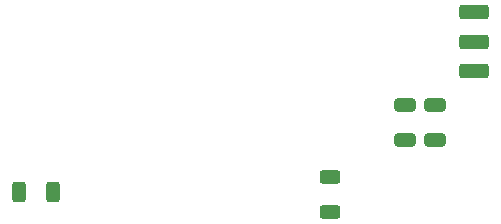
<source format=gbr>
%TF.GenerationSoftware,KiCad,Pcbnew,8.0.8*%
%TF.CreationDate,2025-02-27T22:43:43-08:00*%
%TF.ProjectId,display_pcb,64697370-6c61-4795-9f70-63622e6b6963,rev?*%
%TF.SameCoordinates,Original*%
%TF.FileFunction,Paste,Top*%
%TF.FilePolarity,Positive*%
%FSLAX46Y46*%
G04 Gerber Fmt 4.6, Leading zero omitted, Abs format (unit mm)*
G04 Created by KiCad (PCBNEW 8.0.8) date 2025-02-27 22:43:43*
%MOMM*%
%LPD*%
G01*
G04 APERTURE LIST*
G04 Aperture macros list*
%AMRoundRect*
0 Rectangle with rounded corners*
0 $1 Rounding radius*
0 $2 $3 $4 $5 $6 $7 $8 $9 X,Y pos of 4 corners*
0 Add a 4 corners polygon primitive as box body*
4,1,4,$2,$3,$4,$5,$6,$7,$8,$9,$2,$3,0*
0 Add four circle primitives for the rounded corners*
1,1,$1+$1,$2,$3*
1,1,$1+$1,$4,$5*
1,1,$1+$1,$6,$7*
1,1,$1+$1,$8,$9*
0 Add four rect primitives between the rounded corners*
20,1,$1+$1,$2,$3,$4,$5,0*
20,1,$1+$1,$4,$5,$6,$7,0*
20,1,$1+$1,$6,$7,$8,$9,0*
20,1,$1+$1,$8,$9,$2,$3,0*%
G04 Aperture macros list end*
%ADD10RoundRect,0.250000X-0.650000X0.325000X-0.650000X-0.325000X0.650000X-0.325000X0.650000X0.325000X0*%
%ADD11RoundRect,0.250000X0.312500X0.625000X-0.312500X0.625000X-0.312500X-0.625000X0.312500X-0.625000X0*%
%ADD12RoundRect,0.250000X1.000000X-0.375000X1.000000X0.375000X-1.000000X0.375000X-1.000000X-0.375000X0*%
%ADD13RoundRect,0.250000X0.625000X-0.312500X0.625000X0.312500X-0.625000X0.312500X-0.625000X-0.312500X0*%
G04 APERTURE END LIST*
D10*
%TO.C,C1*%
X165523500Y-105079000D03*
X165523500Y-108029000D03*
%TD*%
%TO.C,C2*%
X168063500Y-105079000D03*
X168063500Y-108029000D03*
%TD*%
D11*
%TO.C,R1*%
X135744000Y-112396000D03*
X132819000Y-112396000D03*
%TD*%
D12*
%TO.C,SW1*%
X171409500Y-102196000D03*
X171409500Y-99696000D03*
X171409500Y-97196000D03*
%TD*%
D13*
%TO.C,R2*%
X159143500Y-114100500D03*
X159143500Y-111175500D03*
%TD*%
M02*

</source>
